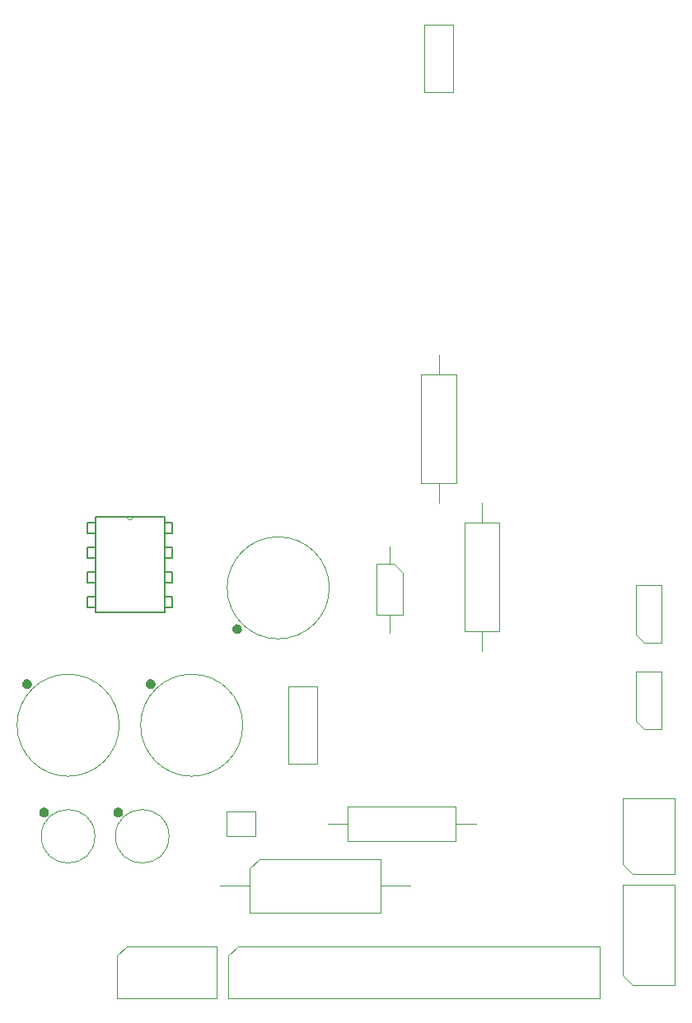
<source format=gbr>
G04 DipTrace 4.2.0.1*
G04 TopAssembly.gbr*
%MOIN*%
G04 #@! TF.FileFunction,Drawing,Top*
G04 #@! TF.Part,Single*
%ADD10C,0.004724*%
%ADD27C,0.004699*%
%ADD42C,0.005997*%
%ADD43C,0.000013*%
%FSLAX26Y26*%
G04*
G70*
G90*
G75*
G01*
G04 TopAssy*
%LPD*%
X2084646Y1386220D2*
D10*
X2202756D1*
Y1701181D1*
X2084646D1*
Y1386220D1*
X1837008Y2100000D2*
G02X1837008Y2100000I206693J0D01*
G01*
G36*
X1876946Y1913560D2*
X1874377Y1913729D1*
X1871851Y1914231D1*
X1869413Y1915059D1*
X1867104Y1916198D1*
X1864963Y1917628D1*
X1863027Y1919326D1*
X1861329Y1921262D1*
X1859898Y1923403D1*
X1858760Y1925712D1*
X1857932Y1928151D1*
X1857430Y1930676D1*
X1857261Y1933245D1*
X1857430Y1935815D1*
X1857932Y1938340D1*
X1858760Y1940779D1*
X1859898Y1943088D1*
X1861329Y1945229D1*
X1863027Y1947165D1*
X1864963Y1948863D1*
X1867104Y1950293D1*
X1869413Y1951432D1*
X1871851Y1952260D1*
X1874377Y1952762D1*
X1876946Y1952930D1*
D1*
X1879516Y1952762D1*
X1882041Y1952260D1*
X1884479Y1951432D1*
X1886789Y1950293D1*
X1888930Y1948863D1*
X1890866Y1947165D1*
X1892563Y1945229D1*
X1893994Y1943088D1*
X1895133Y1940779D1*
X1895960Y1938340D1*
X1896463Y1935815D1*
X1896631Y1933245D1*
X1896463Y1930676D1*
X1895960Y1928151D1*
X1895133Y1925712D1*
X1893994Y1923403D1*
X1892563Y1921262D1*
X1890866Y1919326D1*
X1888930Y1917628D1*
X1886789Y1916198D1*
X1884479Y1915059D1*
X1882041Y1914231D1*
X1879516Y1913729D1*
X1876946Y1913560D1*
D1*
G37*
X987008Y1543701D2*
D10*
G02X987008Y1543701I206693J0D01*
G01*
G36*
X1007261Y1710455D2*
X1007430Y1713025D1*
X1007932Y1715550D1*
X1008760Y1717989D1*
X1009898Y1720298D1*
X1011329Y1722439D1*
X1013027Y1724375D1*
X1014963Y1726073D1*
X1017104Y1727503D1*
X1019413Y1728642D1*
X1021851Y1729470D1*
X1024377Y1729972D1*
X1026946Y1730140D1*
X1029516Y1729972D1*
X1032041Y1729470D1*
X1034479Y1728642D1*
X1036789Y1727503D1*
X1038930Y1726073D1*
X1040866Y1724375D1*
X1042563Y1722439D1*
X1043994Y1720298D1*
X1045133Y1717989D1*
X1045960Y1715550D1*
X1046463Y1713025D1*
X1046631Y1710455D1*
D1*
X1046463Y1707886D1*
X1045960Y1705361D1*
X1045133Y1702922D1*
X1043994Y1700613D1*
X1042563Y1698472D1*
X1040866Y1696536D1*
X1038930Y1694838D1*
X1036789Y1693408D1*
X1034479Y1692269D1*
X1032041Y1691441D1*
X1029516Y1690939D1*
X1026946Y1690770D1*
X1024377Y1690939D1*
X1021851Y1691441D1*
X1019413Y1692269D1*
X1017104Y1693408D1*
X1014963Y1694838D1*
X1013027Y1696536D1*
X1011329Y1698472D1*
X1009898Y1700613D1*
X1008760Y1702922D1*
X1007932Y1705361D1*
X1007430Y1707886D1*
X1007261Y1710455D1*
D1*
G37*
X1487008Y1543701D2*
D10*
G02X1487008Y1543701I206693J0D01*
G01*
G36*
X1507261Y1710455D2*
X1507430Y1713025D1*
X1507932Y1715550D1*
X1508760Y1717989D1*
X1509898Y1720298D1*
X1511329Y1722439D1*
X1513027Y1724375D1*
X1514963Y1726073D1*
X1517104Y1727503D1*
X1519413Y1728642D1*
X1521851Y1729470D1*
X1524377Y1729972D1*
X1526946Y1730140D1*
X1529516Y1729972D1*
X1532041Y1729470D1*
X1534479Y1728642D1*
X1536789Y1727503D1*
X1538930Y1726073D1*
X1540866Y1724375D1*
X1542563Y1722439D1*
X1543994Y1720298D1*
X1545133Y1717989D1*
X1545960Y1715550D1*
X1546463Y1713025D1*
X1546631Y1710455D1*
D1*
X1546463Y1707886D1*
X1545960Y1705361D1*
X1545133Y1702922D1*
X1543994Y1700613D1*
X1542563Y1698472D1*
X1540866Y1696536D1*
X1538930Y1694838D1*
X1536789Y1693408D1*
X1534479Y1692269D1*
X1532041Y1691441D1*
X1529516Y1690939D1*
X1526946Y1690770D1*
X1524377Y1690939D1*
X1521851Y1691441D1*
X1519413Y1692269D1*
X1517104Y1693408D1*
X1514963Y1694838D1*
X1513027Y1696536D1*
X1511329Y1698472D1*
X1509898Y1700613D1*
X1508760Y1702922D1*
X1507932Y1705361D1*
X1507430Y1707886D1*
X1507261Y1710455D1*
D1*
G37*
X2752756Y4381496D2*
D10*
X2634646D1*
Y4105906D1*
X2752756D1*
Y4381496D1*
X1385433Y1093701D2*
G02X1385433Y1093701I108268J0D01*
G01*
G36*
X1376858Y1190858D2*
X1377027Y1193428D1*
X1377529Y1195953D1*
X1378357Y1198391D1*
X1379496Y1200701D1*
X1380926Y1202842D1*
X1382624Y1204778D1*
X1384560Y1206475D1*
X1386701Y1207906D1*
X1389010Y1209045D1*
X1391448Y1209873D1*
X1393974Y1210375D1*
X1396543Y1210543D1*
X1399113Y1210375D1*
X1401638Y1209873D1*
X1404076Y1209045D1*
X1406386Y1207906D1*
X1408527Y1206475D1*
X1410463Y1204778D1*
X1412160Y1202842D1*
X1413591Y1200701D1*
X1414730Y1198391D1*
X1415558Y1195953D1*
X1416060Y1193428D1*
X1416228Y1190858D1*
D1*
X1416060Y1188289D1*
X1415558Y1185763D1*
X1414730Y1183325D1*
X1413591Y1181016D1*
X1412160Y1178875D1*
X1410463Y1176939D1*
X1408527Y1175241D1*
X1406386Y1173811D1*
X1404076Y1172672D1*
X1401638Y1171844D1*
X1399113Y1171342D1*
X1396543Y1171173D1*
X1393974Y1171342D1*
X1391448Y1171844D1*
X1389010Y1172672D1*
X1386701Y1173811D1*
X1384560Y1175241D1*
X1382624Y1176939D1*
X1380926Y1178875D1*
X1379496Y1181016D1*
X1378357Y1183325D1*
X1377529Y1185763D1*
X1377027Y1188289D1*
X1376858Y1190858D1*
D1*
G37*
X1927953Y785433D2*
D10*
Y962598D1*
X1967323Y1001969D1*
X2459449D1*
Y785433D1*
X1927953D1*
X1807874Y893701D2*
X1927953D1*
X2459449D2*
X2579528D1*
X1085433Y1093701D2*
G02X1085433Y1093701I108268J0D01*
G01*
G36*
X1076858Y1190858D2*
X1077027Y1193428D1*
X1077529Y1195953D1*
X1078357Y1198391D1*
X1079496Y1200701D1*
X1080926Y1202842D1*
X1082624Y1204778D1*
X1084560Y1206475D1*
X1086701Y1207906D1*
X1089010Y1209045D1*
X1091448Y1209873D1*
X1093974Y1210375D1*
X1096543Y1210543D1*
X1099113Y1210375D1*
X1101638Y1209873D1*
X1104076Y1209045D1*
X1106386Y1207906D1*
X1108527Y1206475D1*
X1110463Y1204778D1*
X1112160Y1202842D1*
X1113591Y1200701D1*
X1114730Y1198391D1*
X1115558Y1195953D1*
X1116060Y1193428D1*
X1116228Y1190858D1*
D1*
X1116060Y1188289D1*
X1115558Y1185763D1*
X1114730Y1183325D1*
X1113591Y1181016D1*
X1112160Y1178875D1*
X1110463Y1176939D1*
X1108527Y1175241D1*
X1106386Y1173811D1*
X1104076Y1172672D1*
X1101638Y1171844D1*
X1099113Y1171342D1*
X1096543Y1171173D1*
X1093974Y1171342D1*
X1091448Y1171844D1*
X1089010Y1172672D1*
X1086701Y1173811D1*
X1084560Y1175241D1*
X1082624Y1176939D1*
X1080926Y1178875D1*
X1079496Y1181016D1*
X1078357Y1183325D1*
X1077529Y1185763D1*
X1077027Y1188289D1*
X1076858Y1190858D1*
D1*
G37*
X2440551Y2196063D2*
D10*
X2511417D1*
X2546850Y2160630D1*
Y1991339D1*
X2440551D1*
Y2196063D1*
X2493701Y2268701D2*
Y2196063D1*
Y1991339D2*
Y1918701D1*
X1391340Y438583D2*
Y609449D1*
X1430710Y648819D1*
X1796063D1*
Y438583D1*
X1391340D1*
X1841339D2*
Y609449D1*
X1880709Y648819D1*
X3346063D1*
Y438583D1*
X1841339D1*
X3648819Y491340D2*
X3477953D1*
X3438583Y530710D1*
Y896063D1*
X3648819D1*
Y491340D1*
X3648902Y941302D2*
D27*
X3477873Y941299D1*
X3438502Y980669D1*
X3438497Y1246099D1*
X3648896Y1246103D1*
X3648902Y941302D1*
X3491339Y1561549D2*
D10*
Y1760630D1*
X3596063D1*
Y1526772D1*
X3526115D1*
X3491339Y1561549D1*
X3491340Y1911548D2*
X3491336Y2110629D1*
X3596061Y2110631D1*
X3596065Y1876773D1*
X3526118Y1876771D1*
X3491340Y1911548D1*
X2764567Y2962598D2*
X2622835D1*
Y2524803D1*
X2764567D1*
Y2962598D1*
X2693701Y3043701D2*
Y2962598D1*
Y2524803D2*
Y2443701D1*
X2797835Y1924803D2*
X2939567D1*
Y2362598D1*
X2797835D1*
Y1924803D1*
X2868701Y1843701D2*
Y1924803D1*
Y2362598D2*
Y2443701D1*
X2324803Y1214567D2*
Y1072835D1*
X2762598D1*
Y1214567D1*
X2324803D1*
X2243701Y1143701D2*
X2324803D1*
X2762598D2*
X2843701D1*
X1303701Y2321706D2*
D42*
Y2365696D1*
X1271706D1*
Y2321706D1*
X1303701D1*
Y2221706D2*
Y2265696D1*
X1271706D1*
Y2221706D1*
X1303701D1*
Y2121706D2*
Y2165696D1*
X1271706D1*
Y2121706D1*
X1303701D1*
Y2021706D2*
Y2065696D1*
X1271706D1*
Y2021706D1*
X1303701D1*
X1583701Y2065696D2*
Y2021706D1*
X1615696D1*
Y2065696D1*
X1583701D1*
Y2165696D2*
Y2121706D1*
X1615696D1*
Y2165696D1*
X1583701D1*
Y2265696D2*
Y2221706D1*
X1615696D1*
Y2265696D1*
X1583701D1*
Y2365696D2*
Y2321706D1*
X1615696D1*
Y2365696D1*
X1583701D1*
X1303701Y2000696D2*
X1583701D1*
Y2386706D1*
X1455696D1*
X1431706D1*
X1303701D1*
Y2000696D1*
X1455696Y2386706D2*
D43*
G02X1431706Y2386706I-11995J-13D01*
G01*
X1834646Y1193701D2*
D10*
X1952756D1*
Y1093701D1*
X1834646D1*
Y1193701D1*
M02*

</source>
